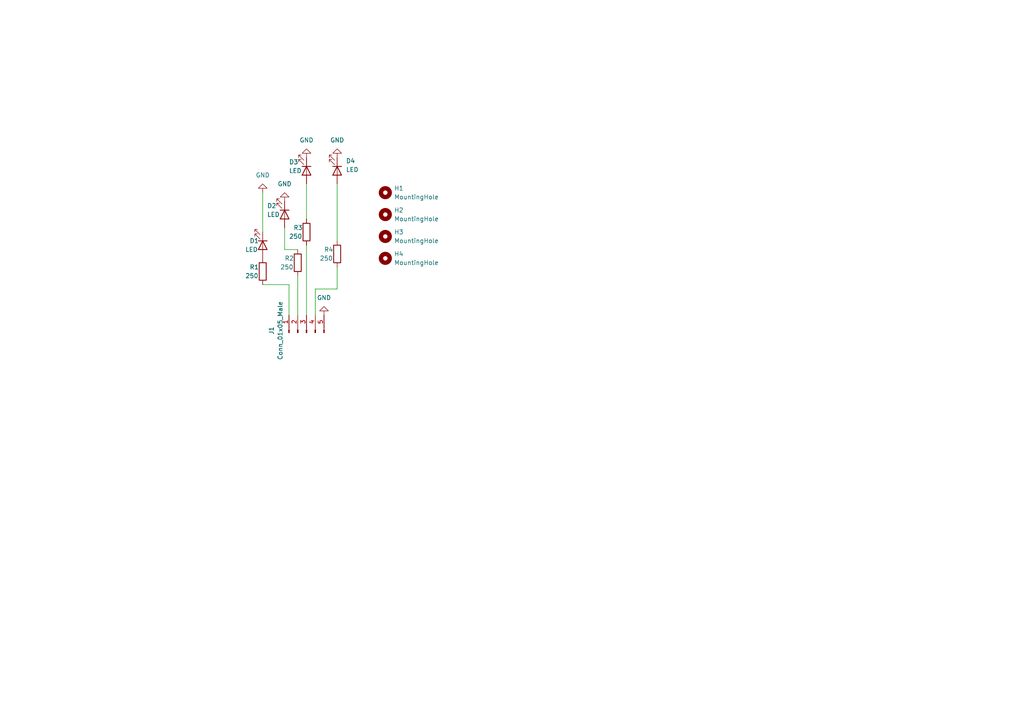
<source format=kicad_sch>
(kicad_sch (version 20211123) (generator eeschema)
  (paper "A4")
  (lib_symbols
    (symbol "Connector:Conn_01x05_Male" (pin_names (offset 1.016) hide)
      (property "Reference" "J" (at 0 7.62 0))
      (property "Value" "Conn_01x05_Male" (at 0 -7.62 0))
      (symbol "Conn_01x05_Male_1_1"
        (polyline (pts (xy 1.27 -5.08) (xy 0.8636 -5.08)) (stroke (width 0.1524)))
        (polyline (pts (xy 1.27 -2.54) (xy 0.8636 -2.54)) (stroke (width 0.1524)))
        (polyline (pts (xy 1.27 0) (xy 0.8636 0)) (stroke (width 0.1524)))
        (polyline (pts (xy 1.27 2.54) (xy 0.8636 2.54)) (stroke (width 0.1524)))
        (polyline (pts (xy 1.27 5.08) (xy 0.8636 5.08)) (stroke (width 0.1524)))
        (rectangle (start 0.8636 -4.953) (end 0 -5.207) (stroke (width 0.1524)) (fill (type outline)))
        (rectangle (start 0.8636 -2.413) (end 0 -2.667) (stroke (width 0.1524)) (fill (type outline)))
        (rectangle (start 0.8636 0.127) (end 0 -0.127) (stroke (width 0.1524)) (fill (type outline)))
        (rectangle (start 0.8636 2.667) (end 0 2.413) (stroke (width 0.1524)) (fill (type outline)))
        (rectangle (start 0.8636 5.207) (end 0 4.953) (stroke (width 0.1524)) (fill (type outline)))
        (pin passive line (at 5.08 5.08 180) (length 3.81) (name "Pin_1") (number "1"))
        (pin passive line (at 5.08 2.54 180) (length 3.81) (name "Pin_2") (number "2"))
        (pin passive line (at 5.08 0 180) (length 3.81) (name "Pin_3") (number "3"))
        (pin passive line (at 5.08 -2.54 180) (length 3.81) (name "Pin_4") (number "4"))
        (pin passive line (at 5.08 -5.08 180) (length 3.81) (name "Pin_5") (number "5"))
      )
    )
    (symbol "Device:LED" (pin_numbers hide) (pin_names (offset 1.016) hide)
      (property "Reference" "D" (at 0 2.54 0))
      (property "Value" "LED" (at 0 -2.54 0))
      (symbol "LED_0_1"
        (polyline (pts (xy -1.27 -1.27) (xy -1.27 1.27)) (stroke (width 0.254)))
        (polyline (pts (xy -1.27 0) (xy 1.27 0)))
        (polyline (pts (xy 1.27 -1.27) (xy 1.27 1.27) (xy -1.27 0) (xy 1.27 -1.27)) (stroke (width 0.254)))
        (polyline (pts (xy -3.048 -0.762) (xy -4.572 -2.286) (xy -3.81 -2.286) (xy -4.572 -2.286) (xy -4.572 -1.524)))
        (polyline (pts (xy -1.778 -0.762) (xy -3.302 -2.286) (xy -2.54 -2.286) (xy -3.302 -2.286) (xy -3.302 -1.524)))
      )
      (symbol "LED_1_1"
        (pin passive line (at -3.81 0 0) (length 2.54) (name "K") (number "1"))
        (pin passive line (at 3.81 0 180) (length 2.54) (name "A") (number "2"))
      )
    )
    (symbol "Device:R" (pin_numbers hide) (pin_names (offset 0))
      (property "Reference" "R" (at 2.032 0 90))
      (property "Value" "R" (at 0 0 90))
      (symbol "R_0_1"
        (rectangle (start -1.016 -2.54) (end 1.016 2.54) (stroke (width 0.254)))
      )
      (symbol "R_1_1"
        (pin passive line (at 0 3.81 270) (length 1.27) (name "~") (number "1"))
        (pin passive line (at 0 -3.81 90) (length 1.27) (name "~") (number "2"))
      )
    )
    (symbol "Mechanical:MountingHole" (pin_names (offset 1.016))
      (property "Reference" "H" (at 0 5.08 0))
      (property "Value" "MountingHole" (at 0 3.175 0))
      (symbol "MountingHole_0_1"
        (circle (center 0 0) (radius 1.27) (stroke (width 1.27)))
      )
    )
    (symbol "power:GND" (power) (pin_names (offset 0))
      (property "Value" "GND" (at 0 -3.81 0))
      (symbol "GND_0_1"
        (polyline (pts (xy 0 0) (xy 0 -1.27) (xy 1.27 -1.27) (xy 0 -2.54) (xy -1.27 -1.27) (xy 0 -1.27)))
      )
      (symbol "GND_1_1"
        (pin power_in line (at 0 0 270) (length 0) hide (name "GND") (number "1"))
      )
    )
  )
  (wire (pts (xy 91.44 83.82) (xy 91.44 91.44)))
  (wire (pts (xy 97.79 77.47) (xy 97.79 83.82)))
  (wire (pts (xy 76.2 82.55) (xy 83.82 82.55)))
  (wire (pts (xy 88.9 63.5) (xy 88.9 53.34)))
  (wire (pts (xy 83.82 82.55) (xy 83.82 91.44)))
  (wire (pts (xy 86.36 80.01) (xy 86.36 91.44)))
  (wire (pts (xy 97.79 69.85) (xy 97.79 53.34)))
  (wire (pts (xy 76.2 55.88) (xy 76.2 67.31)))
  (wire (pts (xy 82.55 72.39) (xy 86.36 72.39)))
  (wire (pts (xy 88.9 71.12) (xy 88.9 91.44)))
  (wire (pts (xy 97.79 83.82) (xy 91.44 83.82)))
  (wire (pts (xy 82.55 66.04) (xy 82.55 72.39)))
  (symbol (lib_id "Mechanical:MountingHole") (at 111.76 55.88 0) (unit 1)
    (property "Reference" "H1" (at 114.3 54.6099 0) (effects (justify left)))
    (property "Value" "MountingHole" (at 114.3 57.1499 0) (effects (justify left)))
    (property "Footprint" "MountingHole:MountingHole_4.3mm_M4" (effects hide))
  )
  (symbol (lib_id "Device:R") (at 86.36 76.2 0) (unit 1)
    (property "Reference" "R2" (at 82.55 74.93 0) (effects (justify left)))
    (property "Value" "250" (at 81.28 77.47 0) (effects (justify left)))
    (property "Footprint" "LED_SMD:LED_0805_2012Metric" (effects hide))
  )
  (symbol (lib_id "power:GND") (at 97.79 45.72 180) (unit 1)
    (property "Reference" "#PWR0104" (effects hide))
    (property "Value" "GND" (at 97.79 40.64 0))
  )
  (symbol (lib_id "Device:LED") (at 76.2 71.12 270) (unit 1)
    (property "Reference" "D1" (at 72.39 69.85 90) (effects (justify left)))
    (property "Value" "LED" (at 71.12 72.39 90) (effects (justify left)))
    (property "Footprint" "LED_SMD:LED_0805_2012Metric" (effects hide))
  )
  (symbol (lib_id "Mechanical:MountingHole") (at 111.76 62.23 0) (unit 1)
    (property "Reference" "H2" (at 114.3 60.9599 0) (effects (justify left)))
    (property "Value" "MountingHole" (at 114.3 63.4999 0) (effects (justify left)))
    (property "Footprint" "MountingHole:MountingHole_4.3mm_M4" (effects hide))
  )
  (symbol (lib_id "Device:LED") (at 88.9 49.53 270) (unit 1)
    (property "Reference" "D3" (at 83.82 46.99 90) (effects (justify left)))
    (property "Value" "LED" (at 83.82 49.53 90) (effects (justify left)))
    (property "Footprint" "LED_SMD:LED_0805_2012Metric" (effects hide))
  )
  (symbol (lib_id "Mechanical:MountingHole") (at 111.76 74.93 0) (unit 1)
    (property "Reference" "H4" (at 114.3 73.6599 0) (effects (justify left)))
    (property "Value" "MountingHole" (at 114.3 76.1999 0) (effects (justify left)))
    (property "Footprint" "MountingHole:MountingHole_4.3mm_M4" (effects hide))
  )
  (symbol (lib_id "power:GND") (at 82.55 58.42 180) (unit 1)
    (property "Reference" "#PWR0102" (effects hide))
    (property "Value" "GND" (at 82.55 53.34 0))
  )
  (symbol (lib_id "Device:R") (at 97.79 73.66 0) (unit 1)
    (property "Reference" "R4" (at 93.98 72.39 0) (effects (justify left)))
    (property "Value" "250" (at 92.71 74.93 0) (effects (justify left)))
    (property "Footprint" "LED_SMD:LED_0805_2012Metric" (effects hide))
  )
  (symbol (lib_id "Device:LED") (at 97.79 49.53 270) (unit 1)
    (property "Reference" "D4" (at 100.33 46.6724 90) (effects (justify left)))
    (property "Value" "LED" (at 100.33 49.2124 90) (effects (justify left)))
    (property "Footprint" "LED_SMD:LED_0805_2012Metric" (effects hide))
  )
  (symbol (lib_id "power:GND") (at 76.2 55.88 180) (unit 1)
    (property "Reference" "#PWR0101" (effects hide))
    (property "Value" "GND" (at 76.2 50.8 0))
  )
  (symbol (lib_id "Device:R") (at 88.9 67.31 0) (unit 1)
    (property "Reference" "R3" (at 85.09 66.04 0) (effects (justify left)))
    (property "Value" "250" (at 83.82 68.58 0) (effects (justify left)))
    (property "Footprint" "LED_SMD:LED_0805_2012Metric" (effects hide))
  )
  (symbol (lib_id "power:GND") (at 93.98 91.44 180) (unit 1)
    (property "Reference" "#PWR0103" (effects hide))
    (property "Value" "GND" (at 93.98 86.36 0))
  )
  (symbol (lib_id "Connector:Conn_01x05_Male") (at 88.9 96.52 90) (unit 1)
    (property "Reference" "J1" (at 78.74 95.885 0))
    (property "Value" "Conn_01x05_Male" (at 81.28 95.885 0))
    (property "Footprint" "Connector_JST:JST_XH_B5B-XH-A_1x05_P2.50mm_Vertical" (effects hide))
  )
  (symbol (lib_id "Device:R") (at 76.2 78.74 0) (unit 1)
    (property "Reference" "R1" (at 72.39 77.47 0) (effects (justify left)))
    (property "Value" "250" (at 71.12 80.01 0) (effects (justify left)))
    (property "Footprint" "LED_SMD:LED_0805_2012Metric" (effects hide))
  )
  (symbol (lib_id "Mechanical:MountingHole") (at 111.76 68.58 0) (unit 1)
    (property "Reference" "H3" (at 114.3 67.3099 0) (effects (justify left)))
    (property "Value" "MountingHole" (at 114.3 69.8499 0) (effects (justify left)))
    (property "Footprint" "MountingHole:MountingHole_4.3mm_M4" (effects hide))
  )
  (symbol (lib_id "Device:LED") (at 82.55 62.23 270) (unit 1)
    (property "Reference" "D2" (at 77.47 59.69 90) (effects (justify left)))
    (property "Value" "LED" (at 77.47 62.23 90) (effects (justify left)))
    (property "Footprint" "LED_SMD:LED_0805_2012Metric" (effects hide))
  )
  (symbol (lib_id "power:GND") (at 88.9 45.72 180) (unit 1)
    (property "Reference" "#PWR0105" (effects hide))
    (property "Value" "GND" (at 88.9 40.64 0))
  )
)
</source>
